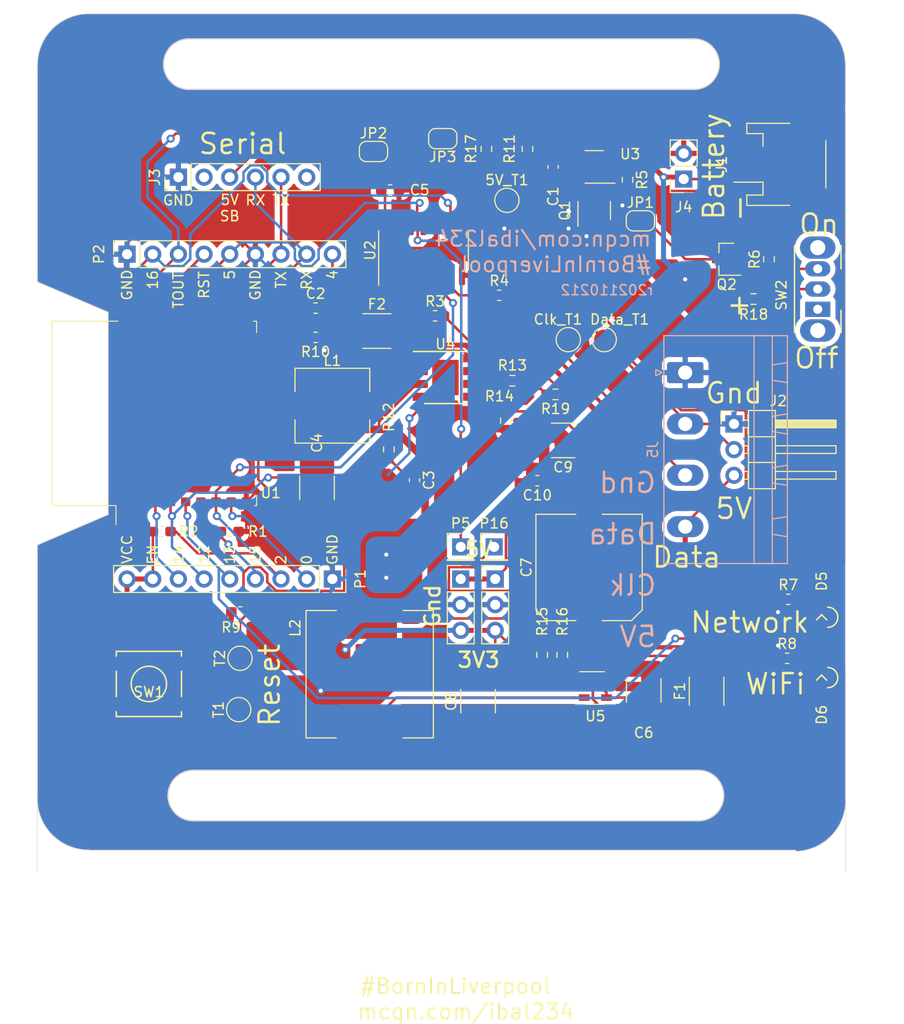
<source format=kicad_pcb>
(kicad_pcb (version 20220914) (generator pcbnew)
  (layers (0 "F.Cu" signal) (31 "B.Cu" signal) (34 "B.Paste" user) (35 "F.Paste" user) (36 "B.SilkS" user "B.Silkscreen") (37 "F.SilkS" user "F.Silkscreen") (38 "B.Mask" user) (39 "F.Mask" user) (44 "Edge.Cuts" user))
  (net 0 "")
  (net 1 "Net-(#FLG0101-pwr)")
  (net 2 "GND")
  (net 3 "/BaseESP8266/IO4")
  (net 4 "+3V3")
  (net 5 "/BaseESP8266/IO13")
  (net 6 "Net-(Q1-S2)")
  (net 7 "Net-(U3-VCC)")
  (net 8 "/BaseESP8266/IO14")
  (net 9 "Net-(U4-EN)")
  (net 10 "Net-(#FLG0102-pwr)")
  (net 11 "/BaseESP8266/IO15")
  (net 12 "LED_Data")
  (net 13 "Net-(Clk_T1-Pin_1)")
  (net 14 "Net-(D5-K)")
  (net 15 "/BaseESP8266/RST")
  (net 16 "LED_Clk")
  (net 17 "Net-(D6-K)")
  (net 18 "Net-(Data_T1-Pin_1)")
  (net 20 "Net-(J3-Pin_3)")
  (net 22 "Net-(U4-LX)")
  (net 23 "/BaseESP8266/TXD")
  (net 24 "/BaseESP8266/RXD")
  (net 25 "+5V")
  (net 26 "Net-(U5-SW)")
  (net 27 "ESP_IO16")
  (net 28 "ESP_IO5")
  (net 29 "Net-(P5-Pin_1)")
  (net 30 "-BATT")
  (net 31 "5V_Enable")
  (net 32 "+BATT")
  (net 33 "Net-(P16-Pin_1)")
  (net 34 "Net-(JP3-Pad1)")
  (net 35 "ADC")
  (net 36 "unconnected-(Q1-D1{slash}D2)")
  (net 37 "Net-(Q1-G1)")
  (net 38 "Net-(Q1-G2)")
  (net 39 "Net-(Q2-G)")
  (net 40 "Net-(U2-1Y)")
  (net 41 "Net-(U2-2Y)")
  (net 42 "Net-(U4-OC)")
  (net 43 "Net-(U4-FB)")
  (net 44 "Net-(U5-FB)")
  (net 45 "Net-(SW2-B)")
  (footprint "Connector_PinHeader_2.54mm:PinHeader_1x06_P2.54mm_Vertical" (layer "F.Cu") (at 106.68 59.69 90)
    (fp_text reference "J3")
    (fp_text value "Serial")
  )
  (footprint "Resistor_SMD:R_0603_1608Metric_Pad1.05x0.95mm_HandSolder" (layer "F.Cu") (at 138.43 71.374)
    (fp_text reference "R4")
    (fp_text value "470R")
  )
  (footprint "Capacitor_SMD:C_0603_1608Metric_Pad1.05x0.95mm_HandSolder" (layer "F.Cu") (at 120.255 72.644)
    (fp_text reference "C2")
    (fp_text value "C47nF")
  )
  (footprint "Capacitor_SMD:C_1812_4532Metric_Pad1.57x3.40mm_HandSolder" (layer "F.Cu") (at 152.73 110.46 90)
    (fp_text reference "C6")
    (fp_text value "22uF X5R")
  )
  (footprint "Capacitor_SMD:C_0603_1608Metric_Pad1.05x0.95mm_HandSolder" (layer "F.Cu") (at 127.635 60.96)
    (fp_text reference "C5")
    (fp_text value "0.1uF")
  )
  (footprint "Resistor_SMD:R_0603_1608Metric_Pad1.05x0.95mm_HandSolder" (layer "F.Cu") (at 112.795 102.7)
    (fp_text reference "R9")
    (fp_text value "R560")
  )
  (footprint "Resistor_SMD:R_0603_1608Metric_Pad1.05x0.95mm_HandSolder" (layer "F.Cu") (at 105.029 94.742)
    (fp_text reference "R2")
    (fp_text value "R10k")
  )
  (footprint "Package_SO:SOIC-14_3.9x8.7mm_P1.27mm" (layer "F.Cu") (at 130.937 66.929 90)
    (fp_text reference "U2")
    (fp_text value "SN74AHCT125")
  )
  (footprint "Resistor_SMD:R_0603_1608Metric_Pad1.05x0.95mm_HandSolder" (layer "F.Cu") (at 120.255 75.5395 180)
    (fp_text reference "R10")
    (fp_text value "R10k")
  )
  (footprint "Connector_PinSocket_2.54mm:PinSocket_1x09_P2.54mm_Vertical" (layer "F.Cu") (at 121.92 99.441 -90)
    (fp_text reference "P1")
    (fp_text value "CONN_01X09")
  )
  (footprint "Connector_PinSocket_2.54mm:PinSocket_1x09_P2.54mm_Vertical" (layer "F.Cu") (at 101.6 67.31 90)
    (fp_text reference "P2")
    (fp_text value "CONN_01X09")
  )
  (footprint "RF_Module:ESP-WROOM-02" (layer "F.Cu") (at 107.402001 83.058 90)
    (fp_text reference "U1")
    (fp_text value "ESP-13-WROOM-02")
  )
  (footprint "Fuse:Fuse_1812_4532Metric_Pad1.30x3.40mm_HandSolder" (layer "F.Cu") (at 158.95 110.54 90)
    (fp_text reference "F1")
    (fp_text value "Polyfuse")
  )
  (footprint "TestPoint:TestPoint_Pad_D2.0mm" (layer "F.Cu") (at 112.65 112.36 90)
    (fp_text reference "T1")
    (fp_text value "CONN_01X01")
  )
  (footprint "TestPoint:TestPoint_Pad_D2.0mm" (layer "F.Cu") (at 112.778001 107.28 90)
    (fp_text reference "T2")
    (fp_text value "CONN_01X01")
  )
  (footprint "mcqn-kicad-lib:SW_SPST_GULLWING" (layer "F.Cu") (at 103.76 109.82 180)
    (fp_text reference "SW1")
    (fp_text value "Reset")
  )
  (footprint "Resistor_SMD:R_0603_1608Metric_Pad1.05x0.95mm_HandSolder" (layer "F.Cu") (at 111.76 94.742 180)
    (fp_text reference "R1")
    (fp_text value "R10k")
  )
  (footprint "Resistor_SMD:R_0603_1608Metric_Pad1.05x0.95mm_HandSolder" (layer "F.Cu") (at 132.08 73.406)
    (fp_text reference "R3")
    (fp_text value "470R")
  )
  (footprint "TestPoint:TestPoint_Pad_D2.0mm" (layer "F.Cu") (at 139.192 61.976)
    (fp_text reference "5V_T1")
    (fp_text value "Conn_01x01")
  )
  (footprint "TestPoint:TestPoint_Pad_D2.0mm" (layer "F.Cu") (at 145.264 75.76)
    (fp_text reference "Clk_T1")
    (fp_text value "Conn_01x01")
  )
  (footprint "TestPoint:TestPoint_Pad_D2.0mm" (layer "F.Cu") (at 148.82 75.76)
    (fp_text reference "Data_T1")
    (fp_text value "Conn_01x01")
  )
  (footprint "Capacitor_SMD:C_0603_1608Metric_Pad1.08x0.95mm_HandSolder" (layer "F.Cu") (at 143.764 58.674 -90)
    (fp_text reference "C1")
    (fp_text value "0.1uF")
  )
  (footprint "Capacitor_SMD:C_0603_1608Metric_Pad1.08x0.95mm_HandSolder" (layer "F.Cu") (at 130.048 89.662 -90)
    (fp_text reference "C3")
    (fp_text value "1nF")
  )
  (footprint "Capacitor_SMD:C_1812_4532Metric_Pad1.57x3.40mm_HandSolder" (layer "F.Cu") (at 120.396 90.424 -90)
    (fp_text reference "C4")
    (fp_text value "22uF")
  )
  (footprint "Fuse:Fuse_1812_4532Metric_Pad1.30x3.40mm_HandSolder" (layer "F.Cu") (at 126.32 74.91)
    (fp_text reference "F2")
    (fp_text value "Polyfuse")
  )
  (footprint "Connector_JST:JST_PH_S2B-PH-SM4-TB_1x02-1MP_P2.00mm_Horizontal" (layer "F.Cu") (at 166.243 58.42 90)
    (fp_text reference "J1")
    (fp_text value "Battery")
  )
  (footprint "Connector_PinSocket_2.54mm:PinSocket_1x02_P2.54mm_Vertical" (layer "F.Cu") (at 156.685 59.88 180)
    (fp_text reference "J4")
    (fp_text value "Battery_Test_Points")
  )
  (footprint "Jumper:SolderJumper-2_P1.3mm_Bridged_RoundedPad1.0x1.5mm" (layer "F.Cu") (at 132.842 55.88 180)
    (fp_text reference "JP3")
    (fp_text value "Battery_Monitor")
  )
  (footprint "Inductor_SMD:L_7.3x7.3_H3.5" (layer "F.Cu") (at 121.92 82.296)
    (fp_text reference "L1")
    (fp_text value "3.3uH")
  )
  (footprint "Inductor_SMD:L_12x12mm_H6mm" (layer "F.Cu") (at 125.61 108.86 90)
    (fp_text reference "L2")
    (fp_text value "1.5uH")
  )
  (footprint "Package_TO_SOT_SMD:SOT-23-6" (layer "F.Cu") (at 147.828 62.992 90)
    (fp_text reference "Q1")
    (fp_text value "FS8205")
  )
  (footprint "Resistor_SMD:R_0603_1608Metric_Pad0.98x0.95mm_HandSolder" (layer "F.Cu") (at 151.13 59.944 -90)
    (fp_text reference "R5")
    (fp_text value "1K")
  )
  (footprint "Resistor_SMD:R_0603_1608Metric_Pad0.98x0.95mm_HandSolder" (layer "F.Cu") (at 127.508 86.614 90)
    (fp_text reference "R12")
    (fp_text value "R10K")
  )
  (footprint "Resistor_SMD:R_0603_1608Metric_Pad0.98x0.95mm_HandSolder" (layer "F.Cu") (at 139.73 79.83 180)
    (fp_text reference "R13")
    (fp_text value "43K")
  )
  (footprint "Resistor_SMD:R_0603_1608Metric_Pad0.98x0.95mm_HandSolder" (layer "F.Cu") (at 139.09 83.7725 -90)
    (fp_text reference "R14")
    (fp_text value "10K")
  )
  (footprint "Resistor_SMD:R_0603_1608Metric_Pad0.98x0.95mm_HandSolder" (layer "F.Cu") (at 142.68 106.95 -90)
    (fp_text reference "R15")
    (fp_text value "90K")
  )
  (footprint "Resistor_SMD:R_0603_1608Metric_Pad0.98x0.95mm_HandSolder" (layer "F.Cu") (at 144.67 106.95 90)
    (fp_text reference "R16")
    (fp_text value "20K")
  )
  (footprint "Package_TO_SOT_SMD:SOT-23-6_Handsoldering" (layer "F.Cu") (at 147.828 58.674 180)
    (fp_text reference "U3")
    (fp_text value "FS312F-G")
  )
  (footprint "Package_SO:Diodes_SO-8EP" (layer "F.Cu") (at 133.11 79.51)
    (fp_text reference "U4")
    (fp_text value "Boost_Convertor")
  )
  (footprint "Package_TO_SOT_SMD:SOT-23-5" (layer "F.Cu") (at 147.94 110.22)
    (fp_text reference "U5")
    (fp_text value "RT8097B")
  )
  (footprint "Resistor_SMD:R_0603_1608Metric_Pad0.98x0.95mm_HandSolder" (layer "F.Cu") (at 141.224 56.896 -90)
    (fp_text reference "R11")
    (fp_text value "100R")
  )
  (footprint "Capacitor_SMD:C_1812_4532Metric_Pad1.57x3.40mm_HandSolder" (layer "F.Cu") (at 136.335 111.5225 -90)
    (fp_text reference "C8")
    (fp_text value "22uF X5R")
  )
  (footprint "Package_TO_SOT_SMD:SOT-23" (layer "F.Cu") (at 160.933 67.807 180)
    (fp_text reference "Q2")
    (fp_text value "JSM2302")
  )
  (footprint "Resistor_SMD:R_0603_1608Metric_Pad0.98x0.95mm_HandSolder" (layer "F.Cu") (at 165.124 67.807 90)
    (fp_text reference "R6")
    (fp_text value "100K")
  )
  (footprint "Resistor_SMD:R_0603_1608Metric_Pad0.98x0.95mm_HandSolder" (layer "F.Cu") (at 163.6 71.744)
    (fp_text reference "R18")
    (fp_text value "R10K")
  )
  (footprint "Button_Switch_THT:SW_CuK_OS102011MA1QN1_SPDT_Angled" (layer "F.Cu") (at 169.95 72.76 90)
    (fp_text reference "SW2")
    (fp_text value "ON/OFF")
  )
  (footprint "Resistor_SMD:R_0603_1608Metric_Pad0.98x0.95mm_HandSolder" (layer "F.Cu") (at 137.16 56.896 -90)
    (fp_text reference "R17")
    (fp_text value "100k")
  )
  (footprint "Capacitor_SMD:C_Elec_10x10.2" (layer "F.Cu") (at 147.32 98.298 90)
    (fp_text reference "C7")
    (fp_text value "470uF")
  )
  (footprint "mcqn-kicad-lib:LED_SMD_WL-SMSW_side-emitting" (layer "F.Cu") (at 170.335 103.226 -90)
    (fp_text reference "D5")
    (fp_text value "LED")
  )
  (footprint "mcqn-kicad-lib:LED_SMD_WL-SMSW_side-emitting" (layer "F.Cu") (at 170.335 109.195 -90)
    (fp_text reference "D6")
    (fp_text value "LED")
  )
  (footprint "Connector_PinHeader_2.54mm:PinHeader_1x03_P2.54mm_Horizontal" (layer "F.Cu") (at 161.66 84.1)
    (fp_text reference "J2")
    (fp_text value "WS2812")
  )
  (footprint "Resistor_SMD:R_0603_1608Metric_Pad1.05x0.95mm_HandSolder" (layer "F.Cu") (at 167.033 101.448)
    (fp_text reference "R7")
    (fp_text value "R560")
  )
  (footprint "Resistor_SMD:R_0603_1608Metric_Pad1.05x0.95mm_HandSolder" (layer "F.Cu") (at 166.92 107.29)
    (fp_text reference "R8")
    (fp_text value "R560")
  )
  (footprint "Connector_PinHeader_2.54mm:PinHeader_1x03_P2.54mm_Vertical" (layer "F.Cu") (at 138.033001 99.441)
    (fp_text reference "J7" hide)
    (fp_text value "Conn_01x03")
  )
  (footprint "Connector_PinHeader_2.54mm:PinHeader_1x03_P2.54mm_Vertical" (layer "F.Cu") (at 134.62 99.441)
    (fp_text reference "J6" hide)
    (fp_text value "Conn_01x03")
  )
  (footprint "Capacitor_SMD:C_0603_1608Metric_Pad1.08x0.95mm_HandSolder" (layer "F.Cu") (at 142.2 89.72 180)
    (fp_text reference "C10")
    (fp_text value "100uF")
  )
  (footprint "Connector_PinHeader_2.54mm:PinHeader_1x01_P2.54mm_Vertical" (layer "F.Cu") (at 134.62 96.266)
    (fp_text reference "P5")
    (fp_text value "Conn_01x01")
  )
  (footprint "Resistor_SMD:R_0603_1608Metric_Pad0.98x0.95mm_HandSolder" (layer "F.Cu") (at 143.9975 81.18 180)
    (fp_text reference "R19")
    (fp_text value "73K")
  )
  (footprint "Jumper:SolderJumper-2_P1.3mm_Open_RoundedPad1.0x1.5mm" (layer "F.Cu") (at 152.4 64.008)
    (fp_text reference "JP1")
    (fp_text value "Jumper_on")
  )
  (footprint "Jumper:SolderJumper-2_P1.3mm_Open_RoundedPad1.0x1.5mm" (layer "F.Cu") (at 125.984 57.15)
    (fp_text reference "JP2")
    (fp_text value "FTDI_PWR")
  )
  (footprint "Connector_PinHeader_2.54mm:PinHeader_1x01_P2.54mm_Vertical" (layer "F.Cu") (at 137.922 96.266)
    (fp_text reference "P16")
    (fp_text value "Conn_01x01")
  )
  (footprint "Capacitor_SMD:C_1812_4532Metric_Pad1.57x3.40mm_HandSolder" (layer "F.Cu") (at 144.75 85.73 180)
    (fp_text reference "C9")
    (fp_text value "22uF")
  )
  (footprint "Connector_Phoenix_MSTB:PhoenixContact_MSTBA_2,5_4-G-5,08_1x04_P5.08mm_Horizontal" (layer "B.Cu") (at 156.834 79.02 -90)
    (fp_text reference "J5")
    (fp_text value "Conn_01x04")
  )
  (gr_line (start 172.71 48.59) (end 172.71 128.43) (stroke (width 0.05)) (layer "Edge.Cuts"))
  (gr_line (start 108.15 118.36) (end 158.15 118.36) (stroke (width 0.12)) (layer "Edge.Cuts"))
  (gr_arc (start 158.15 118.36) (mid 160.65 120.86) (end 158.15 123.36) (stroke (width 0.12)) (layer "Edge.Cuts"))
  (gr_line (start 107.71 46.01) (end 157.71 46.01) (stroke (width 0.12)) (layer "Edge.Cuts"))
  (gr_line (start 107.71 51.01) (end 157.71 51.01) (stroke (width 0.12)) (layer "Edge.Cuts"))
  (gr_arc (start 107.71 51.01) (mid 105.21 48.51) (end 107.71 46.01) (stroke (width 0.12)) (layer "Edge.Cuts"))
  (gr_arc (start 157.71 46.01) (mid 160.21 48.51) (end 157.71 51.01) (stroke (width 0.12)) (layer "Edge.Cuts"))
  (gr_line (start 97.79 43.51) (end 167.63 43.51) (stroke (width 0.05)) (layer "Edge.Cuts"))
  (gr_arc (start 172.74 121.32) (mid 171.252102 124.912102) (end 167.66 126.4) (stroke (width 0.05)) (layer "Edge.Cuts"))
  (gr_line (start 108.15 123.36) (end 158.15 123.36) (stroke (width 0.12)) (layer "Edge.Cuts"))
  (gr_line (start 92.71 70.058) (end 99.71 73.058) (stroke (width 0.05)) (layer "Edge.Cuts"))
  (gr_arc (start 92.71 48.59) (mid 94.197898 44.997898) (end 97.79 43.51) (stroke (width 0.05)) (layer "Edge.Cuts"))
  (gr_arc (start 97.78 126.26) (mid 94.187898 124.772102) (end 92.7 121.18) (stroke (width 0.05)) (layer "Edge.Cuts"))
  (gr_line (start 99.71 73.058) (end 99.71 93.058) (stroke (width 0.05)) (layer "Edge.Cuts"))
  (gr_line (start 92.71 96.058) (end 99.71 93.058) (stroke (width 0.05)) (layer "Edge.Cuts"))
  (gr_line (start 167.71 126.28) (end 97.87 126.28) (stroke (width 0.05)) (layer "Edge.Cuts"))
  (gr_arc (start 108.15 123.36) (mid 105.65 120.86) (end 108.15 118.36) (stroke (width 0.12)) (layer "Edge.Cuts"))
  (gr_line (start 92.71 96.058) (end 92.71 128.43) (stroke (width 0.05)) (layer "Edge.Cuts"))
  (gr_arc (start 167.63 43.51) (mid 171.222102 44.997898) (end 172.71 48.59) (stroke (width 0.05)) (layer "Edge.Cuts"))
  (gr_line (start 92.71 48.59) (end 92.71 70.058) (stroke (width 0.05)) (layer "Edge.Cuts"))
  (gr_text "mcqn.com/ibal234" (at 142.748 65.786) (layer "B.SilkS") (effects (font (size 1.5 1.5) (thickness 0.2)) (justify mirror)))
  (gr_text "#BornInLiverpool" (at 144.018 68.326) (layer "B.SilkS") (effects (font (size 1.5 1.5) (thickness 0.2)) (justify mirror)))
  (gr_text "Clk" (at 151.638 100.076) (layer "B.SilkS") (effects (font (size 2 2) (thickness 0.25)) (justify mirror)))
  (gr_text "5V" (at 152.146 105.156) (layer "B.SilkS") (effects (font (size 2 2) (thickness 0.25)) (justify mirror)))
  (gr_text "Gnd" (at 151.13 89.916) (layer "B.SilkS") (effects (font (size 2 2) (thickness 0.25)) (justify mirror)))
  (gr_text "Data" (at 150.622 94.996) (layer "B.SilkS") (effects (font (size 2 2) (thickness 0.25)) (justify mirror)))
  (gr_text "r202110212" (at 149.098 70.866) (layer "B.SilkS") (effects (font (size 1 1)) (justify mirror)))
  (gr_text "14" (at 106.68 97.028 90) (layer "F.SilkS") (effects (font (size 1 1))))
  (gr_text "EN" (at 104.14 97.028 90) (layer "F.SilkS") (effects (font (size 1 1))))
  (gr_text "VCC" (at 101.6 96.52 90) (layer "F.SilkS") (effects (font (size 1 1))))
  (gr_text "13" (at 111.76 97.028 90) (layer "F.SilkS") (effects (font (size 1 1))))
  (gr_text "15" (at 114.3 97.028 90) (layer "F.SilkS") (effects (font (size 1 1))))
  (gr_text "2" (at 116.84 97.536 90) (layer "F.SilkS") (effects (font (size 1 1))))
  (gr_text "0" (at 119.38 97.536 90) (layer "F.SilkS") (effects (font (size 1 1))))
  (gr_text "GND" (at 121.92 96.52 90) (layer "F.SilkS") (effects (font (size 1 1))))
  (gr_text "4" (at 121.92 69.342 90) (layer "F.SilkS") (effects (font (size 1 1))))
  (gr_text "RX" (at 119.38 69.85 90) (layer "F.SilkS") (effects (font (size 1 1))))
  (gr_text "TX" (at 116.84 69.85 90) (layer "F.SilkS") (effects (font (size 1 1))))
  (gr_text "GND" (at 114.3 70.358 90) (layer "F.SilkS") (effects (font (size 1 1))))
  (gr_text "5" (at 111.76 69.342 90) (layer "F.SilkS") (effects (font (size 1 1))))
  (gr_text "RST" (at 109.22 70.358 90) (layer "F.SilkS") (effects (font (size 1 1))))
  (gr_text "TOUT" (at 106.68 70.866 90) (layer "F.SilkS") (effects (font (size 1 1))))
  (gr_text "16" (at 104.14 69.85 90) (layer "F.SilkS") (effects (font (size 1 1))))
  (gr_text "GND" (at 101.6 70.358 90) (layer "F.SilkS") (effects (font (size 1 1))))
  (gr_text "Data" (at 156.972 97.282) (layer "F.SilkS") (effects (font (size 2 2) (thickness 0.25))))
  (gr_text "Gnd" (at 161.66 81.052) (layer "F.SilkS") (effects (font (size 2 2) (thickness 0.25))))
  (gr_text "5V" (at 136.398 96.52) (layer "F.SilkS") (effects (font (size 1.5 1.5) (thickness 0.25))))
  (gr_text "Gnd" (at 131.826 102.108 90) (layer "F.SilkS") (effects (font (size 1.5 1.5) (thickness 0.25))))
  (gr_text "WiFi" (at 165.763 109.83) (layer "F.SilkS") (effects (font (size 2 2) (thickness 0.25))))
  (gr_text "Network" (at 163.223 103.734) (layer "F.SilkS") (effects (font (size 2 2) (thickness 0.25))))
  (gr_text "Reset" (at 115.698 109.947 90) (layer "F.SilkS") (effects (font (size 2 2) (thickness 0.25))))
  (gr_text "RX" (at 114.3 61.976) (layer "F.SilkS") (effects (font (size 1 1))))
  (gr_text "5V\nSB" (at 111.76 62.738) (layer "F.SilkS") (effects (font (size 1 1))))
  (gr_text "GND" (at 106.68 61.976) (layer "F.SilkS") (effects (font (size 1 1))))
  (gr_text "3V3" (at 136.398 107.442) (layer "F.SilkS") (effects (font (size 1.5 1.5) (thickness 0.25))))
  (gr_text "#BornInLiverpool" (at 134.112 139.7) (layer "F.SilkS") (effects (font (size 1.5 1.5) (thickness 0.2))))
  (gr_text "Battery" (at 159.67 58.63 90) (layer "F.SilkS") (effects (font (size 2 2) (thickness 0.25))))
  (gr_text "+" (at 162.052 72.39 90) (layer "F.SilkS") (effects (font (size 2 2) (thickness 0.25))))
  (gr_text "—" (at 162.052 62.738 90) (layer "F.SilkS") (effects (font (size 2 2) (thickness 0.25))))
  (gr_text "On" (at 170.077 64.378) (layer "F.SilkS") (effects (font (size 2 2) (thickness 0.25))))
  (gr_text "Off" (at 169.823 77.586) (layer "F.SilkS") (effects (font (size 2 2) (thickness 0.25))))
  (gr_text "mcqn.com/ibal234\n" (at 135.128 142.24) (layer "F.SilkS") (effects (font (size 1.5 1.5) (thickness 0.2))))
  (gr_text "TX" (at 116.84 61.976) (layer "F.SilkS") (effects (font (size 1 1))))
  (gr_text "Serial" (at 113.03 56.388) (layer "F.SilkS") (effects (font (size 2 2) (thickness 0.25))))
  (gr_text "12" (at 109.22 97.028 90) (layer "F.SilkS") (effects (font (size 1 1))))
  (gr_text "5V" (at 161.66 92.482) (layer "F.SilkS") (effects (font (size 2 2) (thickness 0.25))))
  (segment (start 127.217751 70.96) (end 127.036249 70.96) (width 0.25) (layer "F.Cu") (net 1))
  (segment (start 127.555 59.69) (end 139.192 59.69) (width 0.25) (layer "F.Cu") (net 1))
  (segment (start 127.127 64.454) (end 127.127 61.327) (width 0.25) (layer "F.Cu") (net 1))
  (segment (start 147.32 102.698) (end 154.768 102.698) (width 0.5) (layer "F.Cu") (net 1))
  (segment (start 142.959277 98.337277) (end 142.959277 92.635672) (width 0.5) (layer "F.Cu") (net 1))
  (segment (start 126.76 60.96) (end 126.76 60.485) (width 0.25) (layer "F.Cu") (net 1))
  (segment (start 139.192 61.976) (end 139.192 59.69) (width 0.25) (layer "F.Cu") (net 1))
  (segment (start 147.32 102.698) (end 142.959277 98.337277) (width 0.5) (layer "F.Cu") (net 1))
  (segment (start 127.752 70.425751) (end 127.217751 70.96) (width 0.25) (layer "F.Cu") (net 1))
  (segment (start 127.127 61.327) (end 126.76 60.96) (width 0.25) (layer "F.Cu") (net 1))
  (segment (start 126.76 60.485) (end 127.555 59.69) (width 0.25) (layer "F.Cu") (net 1))
  (segment (start 127.036249 70.96) (end 126.502 70.425751) (width 0.25) (layer "F.Cu") (net 1))
  (segment (start 142.959277 92.635672) (end 148.125 87.469949) (width 0.5) (layer "F.Cu") (net 1))
  (segment (start 126.502 70.425751) (end 126.502 65.079) (width 0.25) (layer "F.Cu") (net 1))
  (segment (start 156.834 100.632) (end 156.834 94.26) (width 0.5) (layer "F.Cu") (net 1))
  (segment (start 128.545 74.91) (end 129.022 74.433) (width 0.25) (layer "F.Cu") (net 1))
  (segment (start 127.752 68.402249) (end 127.752 70.425751) (width 0.25) (layer "F.Cu") (net 1))
  (segment (start 135.569672 76.754) (end 135.119672 76.304) (width 0.5) (layer "F.Cu") (net 1))
  (segment (start 126.502 65.079) (end 127.127 64.454) (width 0.25) (layer "F.Cu") (net 1))
  (segment (start 128.804 68.104) (end 128.050249 68.104) (width 0.25) (layer "F.Cu") (net 1))
  (segment (start 129.022 68.322) (end 128.804 68.104) (width 0.25) (layer "F.Cu") (net 1))
  (segment (start 129.022 74.433) (end 129.022 68.322) (width 0.25) (layer "F.Cu") (net 1))
  (segment (start 141.943772 76.754) (end 135.569672 76.754) (width 0.5) (layer "F.Cu") (net 1))
  (segment (start 154.768 102.698) (end 156.834 100.632) (width 0.5) (layer "F.Cu") (net 1))
  (segment (start 128.050249 68.104) (end 127.752 68.402249) (width 0.25) (layer "F.Cu") (net 1))
  (segment (start 148.125 82.935228) (end 141.943772 76.754) (width 0.5) (layer "F.Cu") (net 1))
  (segment (start 147.32 101.661) (end 147.32 102.698) (width 0.5) (layer "F.Cu") (net 1))
  (segment (start 129.939 76.304) (end 128.545 74.91) (width 0.5) (layer "F.Cu") (net 1))
  (segment (start 135.119672 76.304) (end 129.939 76.304) (width 0.5) (layer "F.Cu") (net 1))
  (segment (start 148.125 87.469949) (end 148.125 82.935228) (width 0.5) (layer "F.Cu") (net 1))
  (segment (start 156.834 94.006) (end 161.66 89.18) (width 0.25) (layer "F.Cu") (net 1))
  (segment (start 156.834 94.26) (end 156.834 94.006) (width 0.25) (layer "F.Cu") (net 1))
  (segment (start 121.13 75.5395) (end 121.13 76.7955) (width 0.25) (layer "F.Cu") (net 2))
  (segment (start 127.127 68.429) (end 127.127 69.404) (width 0.25) (layer "F.Cu") (net 2))
  (segment (start 139.2955 84.328) (end 138.684 84.9395) (width 0.25) (layer "F.Cu") (net 2))
  (segment (start 135.6075 81.415) (end 135.571 81.415) (width 0.25) (layer "F.Cu") (net 2))
  (segment (start 132.207 65.429) (end 132.207 64.454) (width 0.25) (layer "F.Cu") (net 2))
  (segment (start 130.937 66.699) (end 129.667 66.699) (width 0.25) (layer "F.Cu") (net 2))
  (segment (start 121.13 75.0645) (end 121.13 72.644) (width 0.25) (layer "F.Cu") (net 2))
  (segment (start 103.04 64.77) (end 106.68 61.13) (width 0.25) (layer "F.Cu") (net 2))
  (segment (start 161.1 113.278173) (end 161.1 107.801827) (width 0.25) (layer "F.Cu") (net 2))
  (segment (start 135.563 81.407) (end 138.1525 81.407) (width 0.25) (layer "F.Cu") (net 2))
  (segment (start 160.228173 114.15) (end 161.1 113.278173) (width 0.25) (layer "F.Cu") (net 2))
  (segment (start 121.92 99.441) (end 121.92 98.341) (width 0.25) (layer "F.Cu") (net 2))
  (segment (start 140.67 80.04) (end 140.6425 80.0125) (width 0.25) (layer "F.Cu") (net 2))
  (segment (start 146.878 64.092) (end 146.878 65.344) (width 0.25) (layer "F.Cu") (net 2))
  (segment (start 161.1 107.801827) (end 159.408173 106.11) (width 0.25) (layer "F.Cu") (net 2))
  (segment (start 140.6425 80.0125) (end 140.6425 79.83) (width 0.25) (layer "F.Cu") (net 2))
  (segment (start 128.397 65.429) (end 128.397 64.454) (width 0.25) (layer "F.Cu") (net 2))
  (segment (start 138.176 64.77) (end 138.938 64.77) (width 0.25) (layer "F.Cu") (net 2))
  (segment (start 121.13 76.7955) (end 121.144 76.8095) (width 0.25) (layer "F.Cu") (net 2))
  (segment (start 105.582001 81.938) (end 107.982001 81.938) (width 0.25) (layer "F.Cu") (net 2))
  (segment (start 114.108251 91.1205) (end 114.108251 85.66425) (width 0.25) (layer "F.Cu") (net 2))
  (segment (start 134.747 68.429) (end 132.207 65.889) (width 0.25) (layer "F.Cu") (net 2))
  (segment (start 101.402001 74.3205) (end 101.402001 67.507999) (width 0.25) (layer "F.Cu") (net 2))
  (segment (start 113.402001 91.7955) (end 113.433251 91.7955) (width 0.25) (layer "F.Cu") (net 2))
  (segment (start 138.033001 101.981) (end 134.62 101.981) (width 0.5) (layer "F.Cu") (net 2))
  (segment (start 114.108251 91.7955) (end 113.402001 91.7955) (width 0.25) (layer "F.Cu") (net 2))
  (segment (start 147.62 110.22) (end 147.695 110.295) (width 0.25) (layer "F.Cu") (net 2))
  (segment (start 146.388 64.092) (end 145.288 62.992) (width 0.25) (layer "F.Cu") (net 2))
  (segment (start 141.0735 84.328) (end 139.2955 84.328) (width 0.25) (layer "F.Cu") (net 2))
  (segment (start 113.402001 94.499999) (end 113.16 94.742) (width 0.25) (layer "F.Cu") (net 2))
  (segment (start 144.7425 106.11) (end 144.67 106.0375) (width 0.25) (layer "F.Cu") (net 2))
  (segment (start 134.747 68.199) (end 138.176 64.77) (width 0.25) (layer "F.Cu") (net 2))
  (segment (start 125.5715 67.7275) (end 121.13 72.169) (width 0.25) (layer "F.Cu") (net 2))
  (segment (start 150.515 114.15) (end 160.228173 114.15) (width 0.25) (layer "F.Cu") (net 2))
  (segment (start 113.16 94.742) (end 112.635 94.742) (width 0.25) (layer "F.Cu") (net 2))
  (segment (start 130.937 68.429) (end 130.937 69.404) (width 0.25) (layer "F.Cu") (net 2))
  (segment (start 151.13 60.8565) (end 151.13 61.976) (width 0.25) (layer "F.Cu") (net 2))
  (segment (start 151.13 61.976) (end 150.622 62.484) (width 0.25) (layer "F.Cu") (net 2))
  (segment (start 101.402001 77.758) (end 105.582001 81.938) (width 0.25) (layer "F.Cu") (net 2))
  (segment (start 120.396 92.5615) (end 128.011 92.5615) (width 0.25) (layer "F.Cu") (net 2))
  (segment (start 129.667 66.699) (end 128.397 65.429) (width 0.25) (layer "F.Cu") (net 2))
  (segment (start 121.92 98.341) (end 115.3745 91.7955) (width 0.25) (layer "F.Cu") (net 2))
  (segment (start 110.382001 81.938) (end 107.982001 81.938) (width 0.25) (layer "F.Cu") (net 2))
  (segment (start 146.84 110.22) (end 147.62 110.22) (width 0.25) (layer "F.Cu") (net 2))
  (segment (start 101.402001 67.507999) (end 101.6 67.31) (width 0.25) (layer "F.Cu") (net 2))
  (segment (start 120.255 77.6985) (end 121.144 76.8095) (width 0.5) (layer "F.Cu") (net 2))
  (segment (start 127.127 66.699) (end 127.127 68.429) (width 0.25) (layer "F.Cu") (net 2))
  (segment (start 138.1525 81.407) (end 138.5335 81.788) (width 0.25) (layer "F.Cu") (net 2))
  (segment (start 103.04 64.77) (end 101.6 66.21) (width 0.25) (layer "F.Cu") (net 2))
  (segment (start 108.902001 74.3205) (end 108.902001 72.707999) (width 0.25) (layer "F.Cu") (net 2))
  (segment (start 121.13 75.5395) (end 121.13 75.0645) (width 0.25) (layer "F.Cu") (net 2))
  (segment (start 111.76 64.77) (end 103.04 64.77) (width 0.25) (layer "F.Cu") (net 2))
  (segment (start 113.402001 91.7955) (end 113.402001 94.499999) (width 0.25) (layer "F.Cu") (net 2))
  (segment (start 128.011 92.5615) (end 130.048 90.5245) (width 0.25) (layer "F.Cu") (net 2))
  (segment (start 108.902001 72.707999) (end 114.3 67.31) (width 0.25) (layer "F.Cu") (net 2))
  (segment (start 134.747 69.404) (end 134.747 68.429) (width 0.25) (layer "F.Cu") (net 2))
  (segment (start 121.13 72.169) (end 121.13 72.644) (width 0.25) (layer "F.Cu") (net 2))
  (segment (start 145.966 64.092) (end 145.288 64.77) (width 0.25) (layer "F.Cu") (net 2))
  (segment (start 114.108251 85.66425) (end 110.382001 81.938) (width 0.25) (layer "F.Cu") (net 2))
  (segment (start 147.695 110.295) (end 147.695 111.33) (width 0.25) (layer "F.Cu") (net 2))
  (segment (start 128.397 65.429) (end 127.127 66.699) (width 0.25) (layer "F.Cu") (net 2))
  (segment (start 106.68 61.13) (end 106.68 59.69) (width 0.25) (layer "F.Cu") (net 2))
  (segment (start 146.878 65.344) (end 147.066 65.532) (width 0.25) (layer "F.Cu") (net 2))
  (segment (start 115.3745 91.7955) (end 114.108251 91.7955) (width 0.25) (layer "F.Cu") (net 2))
  (segment (start 132.207 65.889) (end 132.207 65.429) (width 0.25) (layer "F.Cu") (net 2))
  (segment (start 159.408173 106.11) (end 144.7425 106.11) (width 0.25) (layer "F.Cu") (net 2))
  (segment (start 147.695 111.33) (end 150.515 114.15) (width 0.25) (layer "F.Cu") (net 2))
  (segment (start 134.747 69.404) (end 134.747 68.199) (width 0.25) (layer "F.Cu") (net 2))
  (segment (start 128.397 61.073) (end 128.51 60.96) (width 0.25) (layer "F.Cu") (net 2))
  (segment (start 114.3 67.31) (end 111.76 64.77) (width 0.25) (layer "F.Cu") (net 2))
  (segment (start 146.878 64.092) (end 146.388 64.092) (width 0.25) (layer "F.Cu") (net 2))
  (segment (start 132.207 65.429) (end 130.937 66.699) (width 0.25) (layer "F.Cu") (net 2))
  (segment (start 128.397 64.454) (end 128.397 61.073) (width 0.25) (layer "F.Cu") (net 2))
  (segment (start 146.878 64.092) (end 145.966 64.092) (width 0.25) (layer "F.Cu") (net 2))
  (segment (start 130.937 66.699) (end 130.937 68.429) (width 0.25) (layer "F.Cu") (net 2))
  (segment (start 113.433251 91.7955) (end 114.108251 91.1205) (width 0.25) (layer "F.Cu") (net 2))
  (segment (start 101.6 66.21) (end 101.6 67.31) (width 0.25) (layer "F.Cu") (net 2))
  (segment (start 101.402001 74.3205) (end 101.402001 77.758) (width 0.25) (layer "F.Cu") (net 2))
  (segment (start 135.571 81.415) (end 135.563 81.407) (width 0.25) (layer "F.Cu") (net 2))
  (via (at 120.777 110.49) (size 0.8) (drill 0.4) (layers "F.Cu" "B.Cu") (net 2))
  (via (at 166.017 106.02) (size 0.8) (drill 0.4) (layers "F.Cu" "B.Cu") (net 2))
  (via (at 150.622 62.484) (size 0.8) (drill 0.4) (layers "F.Cu" "B.Cu") (net 2))
  (via (at 166.017 102.718) (size 0.8) (drill 0.4) (layers "F.Cu" "B.Cu") (net 2))
  (via (at 145.288 64.77) (size 0.8) (drill 0.4) (layers "F.Cu" "B.Cu") (net 2))
  (via (at 121.144 76.8095) (size 0.8) (drill 0.4) (layers "F.Cu" "B.Cu") (net 2))
  (via (at 147.066 65.532) (size 0.8) (drill 0.4) (layers "F.Cu" "B.Cu") (net 2))
  (via (at 138.938 64.77) (size 0.8) (drill 0.4) (layers "F.Cu" "B.Cu") (net 2))
  (via (at 145.288 62.992) (size 0.8) (drill 0.4) (layers "F.Cu" "B.Cu") (net 2))
  (segment (start 138.033001 101.981) (end 139.573 101.981) (width 0.5) (layer "B.Cu") (net 2))
  (segment (start 138.938 64.77) (end 145.288 64.77) (width 0.25) (layer "B.Cu") (net 2))
  (segment (start 150.622 62.484) (end 147.574 65.532) (width 0.25) (layer "B.Cu") (net 2))
  (segment (start 120.656 73.666) (end 114.3 67.31) (width 0.25) (layer "B.Cu") (net 2))
  (segment (start 120.65 73.672) (end 120.656 73.666) (width 0.25) (layer "B.Cu") (net 2))
  (segment (start 121.92 99.441) (end 121.92 109.347) (width 0.5) (layer "B.Cu") (net 2))
  (segment (start 121.92 109.347) (end 120.777 110.49) (width 0.5) (layer "B.Cu") (net 2))
  (segment (start 120.65 78.486) (end 120.65 73.672) (width 0.25) (layer "B.Cu") (net 2))
  (segment (start 147.574 65.532) (end 147.066 65.532) (width 0.25) (layer "B.Cu") (net 2))
  (segment (start 119.38 73.119) (end 119.38 75.5395) (width 0.25) (layer "F.Cu") (net 3))
  (segment (start 119.38 72.644) (end 119.38 73.119) (width 0.25) (layer "F.Cu") (net 3))
  (segment (start 119.38 72.644) (end 121.92 70.104) (width 0.25) (layer "F.Cu") (net 3))
  (segment (start 112.65 112.36) (end 99.85 112.36) (width 0.25) (layer "F.Cu") (net 3))
  (segment (start 117.7035 74.3205) (end 119.38 72.644) (width 0.25) (layer "F.Cu") (net 3))
  (segment (start 112.11 111.82) (end 108.21 111.82) (width 0.25) (layer "F.Cu") (net 3))
  (segment (start 121.92 70.104) (end 121.92 67.31) (width 0.25) (layer "F.Cu") (net 3))
  (segment (start 113.402001 74.3205) (end 117.7035 74.3205) (width 0.25) (layer "F.Cu") (net 3))
  (segment (start 99.85 112.36) (end 99.31 111.82) (width 0.25) (layer "F.Cu") (net 3))
  (segment (start 112.65 112.36) (end 112.11 111.82) (width 0.25) (layer "F.Cu") (net 3))
  (segment (start 134.62 104.521) (end 138.033001 104.521) (width 0.5) (layer "F.Cu") (net 4))
  (segment (start 142.68 106.0375) (end 139.549501 106.0375) (width 0.25) (layer "F.Cu") (net 4))
  (segment (start 138.033001 107.686999) (end 138.033001 104.521) (width 0.25) (layer "F.Cu") (net 4))
  (segment (start 103.629 94.742) (end 104.154 94.742) (width 0.25) (layer "F.Cu") (net 4))
  (segment (start 104.14 99.441) (end 101.6 99.441) (width 0.5) (layer "F.Cu") (net 4))
  (segment (start 115.062 107.4185) (end 115.062 106.68) (width 0.25) (layer "F.Cu") (net 4))
  (segment (start 101.402001 91.7955) (end 102.902001 91.7955) (width 0.25) (layer "F.Cu") (net 4))
  (segment (start 136.335 109.385) (end 138.033001 107.686999) (width 0.25) (layer "F.Cu") (net 4))
  (segment (start 104.154 99.427) (end 104.14 99.441) (width 0.25) (layer "F.Cu") (net 4))
  (segment (start 116.078 105.664) (end 115.062 106.68) (width 0.5) (layer "F.Cu") (net 4))
  (segment (start 101.6 99.441) (end 101.6 105.1775) (width 0.5) (layer "F.Cu") (net 4))
  (segment (start 104.154 94.742) (end 104.154 99.427) (width 0.25) (layer "F.Cu") (net 4))
  (segment (start 102.902001 94.015001) (end 103.629 94.742) (width 0.25) (layer "F.Cu") (net 4))
  (segment (start 102.902001 91.7955) (end 102.902001 94.015001) (width 0.25) (layer "F.Cu") (net 4))
  (segment (start 139.549501 106.0375) (end 138.033001 104.521) (width 0.25) (layer "F.Cu") (net 4))
  (segment (start 123.19 106.426) (end 122.428 105.664) (width 0.5) (layer "F.Cu") (net 4))
  (segment (start 122.428 105.664) (end 116.078 105.664) (width 0.5) (layer "F.Cu") (net 4))
  (via (at 123.19 106.426) (size 0.8) (drill 0.4) (layers "F.Cu" "B.Cu") (net 4))
  (segment (start 125.095 104.521) (end 123.19 106.426) (width 0.5) (layer "B.Cu") (net 4))
  (segment (start 134.62 104.521) (end 125.095 104.521) (width 0.5) (layer "B.Cu") (net 4))
  (segment (start 155.86 105.33) (end 156.23673 105.33) (width 0.25) (layer "F.Cu") (net 5))
  (segment (start 169.742504 105.27) (end 171.16 106.687496) (width 0.25) (layer "F.Cu") (net 5))
  (segment (start 107.402001 91.7955) (end 107.402001 93.051001) (width 0.25) (layer "F.Cu") (net 5))
  (segment (start 156.238365 105.328365) (end 169.742504 105.27) (width 0.25) (layer "F.Cu") (net 5))
  (segment (start 171.16 105.801) (end 170.335 104.976) (width 0.25) (layer "F.Cu") (net 5))
  (segment (start 107.402001 93.051001) (end 107.569 93.218) (width 0.25) (layer "F.Cu") (net 5))
  (segment (start 171.16 106.687496) (end 171.16 105.801) (width 0.25) (layer "F.Cu") (net 5))
  (segment (start 156.23673 105.33) (end 156.238365 105.328365) (width 0.25) (layer "F.Cu") (net 5))
  (via (at 155.86 105.33) (size 0.8) (drill 0.4) (layers "F.Cu" "B.Cu") (net 5))
  (via (at 107.569 93.218) (size 0.8) (drill 0.4) (layers "F.Cu" "B.Cu") (net 5))
  (segment (start 107.569 95.25) (end 110.6795 98.3605) (width 0.25) (layer "B.Cu") (net 5))
  (segment (start 149.975 111.215) (end 120.476695 111.215) (width 0.25) (layer "B.Cu") (net 5))
  (segment (start 120.476695 111.215) (end 110.6795 101.417805) (width 0.25) (layer "B.Cu") (net 5))
  (segment (start 107.569 93.218) (end 107.569 95.25) (width 0.25) (layer "B.Cu") (net 5))
  (segment (start 155.86 105.33) (end 149.975 111.215) (width 0.25) (layer "B.Cu") (net 5))
  (segment (start 110.6795 101.417805) (end 110.6795 98.3605) (width 0.25) (layer "B.Cu") (net 5))
  (segment (start 110.6795 98.3605) (end 111.76 99.441) (width 0.25) (layer "B.Cu") (net 5))
  (segment (start 140.424 57.325505) (end 140.424 58.291495) (width 0.25) (layer "F.Cu") (net 6))
  (segment (start 153.05 64.41762) (end 153.05 64.008) (width 0.25) (layer "F.Cu") (net 6))
  (segment (start 141.669005 59.5365) (end 143.764 59.5365) (width 0.25) (layer "F.Cu") (net 6))
  (segment (start 150.283 57.074) (end 150.158 56.949) (width 0.25) (layer "F.Cu") (net 6))
  (segment (start 143.764 59.5365) (end 146.3905 59.5365) (width 0.25) (layer "F.Cu") (net 6))
  (segment (start 143.764 65.532) (end 145.288 67.056) (width 0.25) (layer "F.Cu") (net 6))
  (segment (start 159.933 67.807) (end 156.849 67.807) (width 0.25) (layer "F.Cu") (net 6))
  (segment (start 150.7725 58.674) (end 151.13 59.0315) (width 0.25) (layer "F.Cu") (net 6))
  (segment (start 148.778 66.106) (end 148.778 64.092) (width 0.25) (layer "F.Cu") (net 6))
  (segment (start 149.178 58.674) (end 150.208 58.674) (width 0.25) (layer "F.Cu") (net 6))
  (segment (start 149.178 58.674) (end 150.7725 58.674) (width 0.25) (layer "F.Cu") (net 6))
  (segment (start 156.849 67.807) (end 153.05 64.008) (width 0.25) (layer "F.Cu") (net 6))
  (segment (start 148.778 64.092) (end 149.769 65.083) (width 0.25) (layer "F.Cu") (net 6))
  (segment (start 143.764 59.5365) (end 143.764 65.532) (width 0.25) (layer "F.Cu") (net 6))
  (segment (start 150.158 56.949) (end 140.800505 56.949) (width 0.25) (layer "F.Cu") (net 6))
  (segment (start 140.424 58.291495) (end 141.669005 59.5365) (width 0.25) (layer "F.Cu") (net 6))
  (segment (start 149.769 65.083) (end 152.38462 65.083) (width 0.25) (layer "F.Cu") (net 6))
  (segment (start 147.828 67.056) (end 148.778 66.106) (width 0.25) (layer "F.Cu") (net 6))
  (segment (start 150.283 58.599) (end 150.283 57.074) (width 0.25) (layer "F.Cu") (net 6))
  (segment (start 146.3905 59.5365) (end 146.478 59.624) (width 0.25) (layer "F.Cu") (net 6))
  (segment (start 152.38462 65.083) (end 153.05 64.41762) (width 0.25) (layer "F.Cu") (net 6))
  (segment (start 140.800505 56.949) (end 140.424 57.325505) (width 0.25) (layer "F.Cu") (net 6))
  (segment (start 145.288 67.056) (end 147.828 67.056) (width 0.25) (layer "F.Cu") (net 6))
  (segment (start 150.208 58.674) (end 150.283 58.599) (width 0.25) (layer "F.Cu") (net 6))
  (segment (start 144.6265 58.674) (end 146.478 58.674) (width 0.25) (layer "F.Cu") (net 7))
  (segment (start 141.224 57.8085) (end 143.761 57.8085) (width 0.25) (layer "F.Cu") (net 7))
  (segment (start 143.764 57.8115) (end 144.6265 58.674) (width 0.25) (layer "F.Cu") (net 7))
  (segment (start 143.761 57.8085) (end 143.764 57.8115) (width 0.25) (layer "F.Cu") (net 7))
  (segment (start 104.402001 91.7955) (end 104.402001 93.099001) (width 0.25) (layer "F.Cu") (net 8))
  (segment (start 104.402001 93.099001) (end 104.521 93.218) (width 0.25) (layer "F.Cu") (net 8))
  (via (at 104.521 93.218) (size 0.8) (drill 0.4) (layers "F.Cu" "B.Cu") (net 8))
  (segment (start 104.521 93.218) (end 104.521 97.282) (width 0.25) (layer "B.Cu") (net 8))
  (segment (start 104.521 97.282) (end 106.68 99.441) (width 0.25) (layer "B.Cu") (net 8))
  (segment (start 130.6125 82.5475) (end 129.63 83.53) (width 0.25) (layer "F.Cu") (net 9))
  (segment (start 130.048 88.7995) (end 128.781 88.7995) (width 0.25) (layer "F.Cu") (net 9))
  (segment (start 129.63 83.53) (end 129.54 83.53) (width 0.25) (layer "F.Cu") (net 9))
  (segment (start 128.781 88.7995) (end 127.508 87.5265) (width 0.25) (layer "F.Cu") (net 9))
  (segment (start 130.6125 81.415) (end 130.6125 82.5475) (width 0.25) (layer "F.Cu") (net 9))
  (via (at 129.54 83.53) (size 0.8) (drill 0.4) (layers "F.Cu" "B.Cu") (net 9))
  (segment (start 127.46 89.07) (end 127.46 89.14) (width 0.25) (layer "B.Cu") (net 9))
  (segment (start 129.54 86.99) (end 127.46 89.07) (width 0.25) (layer "B.Cu") (net 9))
  (segment (start 127.39 89.14) (end 127.44 89.09) (width 0.25) (layer "B.Cu") (net 9))
  (segment (start 127.46 89.14) (end 127.39 89.14) (width 0.25) (layer "B.Cu") (net 9))
  (segment (start 129.54 83.53) (end 129.54 86.99) (width 0.25) (layer "B.Cu") (net 9))
  (segment (start 152.73 112.5975) (end 151.3025 111.17) (width 0.25) (layer "F.Cu") (net 10))
  (segment (start 151.3025 111.17) (end 149.04 111.17) (width 0.25) (layer "F.Cu") (net 10))
  (segment (start 149.04 110.69) (end 149.04 111.17) (width 0.25) (layer "F.Cu") (net 10))
  (segment (start 147.62 109.27) (end 149.04 110.69) (width 0.25) (layer "F.Cu") (net 10))
  (segment (start 146.84 109.27) (end 147.62 109.27) (width 0.25) (layer "F.Cu") (net 10))
  (segment (start 152.8975 112.765) (end 152.73 112.5975) (width 0.25) (layer "F.Cu") (net 10))
  (segment (start 158.95 112.765) (end 152.8975 112.765) (width 0.25) (layer "F.Cu") (net 10))
  (segment (start 110.36 94.742) (end 110.885 94.742) (width 0.25) (layer "F.Cu") (net 11))
  (segment (start 110.885 94.742) (end 110.885 95.264) (width 0.25) (layer "F.Cu") (net 11))
  (segment (start 108.902001 93.284001) (end 110.36 94.742) (width 0.25) (layer "F.Cu") (net 11))
  (segment (start 108.902001 91.7955) (end 108.902001 93.284001) (width 0.25) (layer "F.Cu") (net 11))
  (segment (start 110.885 95.264) (end 111.633 96.012) (width 0.25) (layer "F.Cu") (net 11))
  (via (at 111.633 96.012) (size 0.8) (drill 0.4) (layers "F.Cu" "B.Cu") (net 11))
  (segment (start 111.633 96.012) (end 114.3 98.679) (width 0.25) (layer "B.Cu") (net 11))
  (segment (start 114.3 98.679) (end 114.3 99.441) (width 0.25) (layer "B.Cu") (net 11))
  (segment (start 132.207 70.379) (end 132.207 69.404) (width 0.25) (layer "F.Cu") (net 12))
  (segment (start 133.858 72.136) (end 132.207 70.485) (width 0.25) (layer "F.Cu") (net 12))
  (segment (start 110.402001 91.7955) (end 110.402001 93.130001) (width 0.25) (layer "F.Cu") (net 12))
  (segment (start 105.904 94.742) (end 106.429 94.742) (width 0.25) (layer "F.Cu") (net 12))
  (segment (start 132.207 70.485) (end 132.207 69.404) (width 0.25) (layer "F.Cu") (net 12))
  (segment (start 110.402001 91.7955) (end 110.402001 90.765999) (width 0.25) (layer "F.Cu") (net 12))
  (segment (start 108.588 96.901) (end 114.3 96.901) (width 0.25) (layer "F.Cu") (net 12))
  (segment (start 114.3 96.901) (end 116.84 99.441) (width 0.25) (layer "F.Cu") (net 12))
  (segment (start 110.402001 90.765999) (end 112.776 88.392) (width 0.25) (layer "F.Cu") (net 12))
  (segment (start 110.402001 93.130001) (end 110.49 93.218) (width 0.25) (layer "F.Cu") (net 12))
  (segment (start 106.429 94.742) (end 108.588 96.901) (width 0.25) (layer "F.Cu") (net 12))
  (via (at 110.49 93.218) (size 0.8) (drill 0.4) (layers "F.Cu" "B.Cu") (net 12))
  (via (at 112.776 88.392) (size 0.8) (drill 0.4) (layers "F.Cu" "B.Cu") (net 12))
  (via (at 133.858 72.136) (size 0.8) (drill 0.4) (layers "F.Cu" "B.Cu") (net 12))
  (segment (start 112.776 88.392) (end 122.733172 88.392) (width 0.25) (layer "B.Cu") (net 12))
  (segment (start 116.713 99.441) (end 116.84 99.441) (width 0.25) (layer "B.Cu") (net 12))
  (segment (start 122.733172 88.392) (end 133.858 77.267172) (width 0.25) (layer "B.Cu") (net 12))
  (segment (start 133.858 77.267172) (end 133.858 72.136) (width 0.25) (layer "B.Cu") (net 12))
  (segment (start 110.49 93.218) (end 116.713 99.441) (width 0.25) (layer "B.Cu") (net 12))
  (segment (start 145.264 75.76) (end 135.309 75.76) (width 0.25) (layer "F.Cu") (net 13))
  (segment (start 145.264 77.61) (end 156.834 89.18) (width 0.25) (layer "F.Cu") (net 13))
  (segment (start 135.309 75.76) (end 132.955 73.406) (width 0.25) (layer "F.Cu") (net 13))
  (segment (start 145.264 75.76) (end 145.264 77.61) (width 0.25) (layer "F.Cu") (net 13))
  (segment (start 167.908 101.448) (end 170.307 101.448) (width 0.25) (layer "F.Cu") (net 14))
  (segment (start 170.307 101.448) (end 170.335 101.476) (width 0.25) (layer "F.Cu") (net 14))
  (segment (start 115.475 99.737701) (end 116.353299 100.616) (width 0.25) (layer "F.Cu") (net 15))
  (segment (start 105.902001 74.3205) (end 105.902001 70.627999) (width 0.25) (layer "F.Cu") (net 15))
  (segment (start 112.778001 107.28) (end 108.75 107.28) (width 0.25) (layer "F.Cu") (net 15))
  (segment (start 114.59 89.61) (end 114.59 83.008499) (width 0.25) (layer "F.Cu") (net 15))
  (segment (start 105.902001 70.627999) (end 109.22 67.31) (width 0.25) (layer "F.Cu") (net 15))
  (segment (start 116.353299 100.616) (end 123.095 100.616) (width 0.25) (layer "F.Cu") (net 15))
  (segment (start 123.095 98.115) (end 114.59 89.61) (width 0.25) (layer "F.Cu") (net 15))
  (segment (start 108.75 107.28) (end 108.21 107.82) (width 0.25) (layer "F.Cu") (net 15))
  (segment (start 113.67 102.7) (end 112.778001 103.591999) (width 0.25) (layer "F.Cu") (net 15))
  (segment (start 113.125 102.155) (end 113.125 98.836) (width 0.25) (layer "F.Cu") (net 15))
  (segment (start 115.475 98.954299) (end 115.475 99.737701) (width 0.25) (layer "F.Cu") (net 15))
  (segment (start 113.125 98.836) (end 113.695 98.266) (width 0.25) (layer "F.Cu") (net 15))
  (segment (start 114.786701 98.266) (end 115.475 98.954299) (width 0.25) (layer "F.Cu") (net 15))
  (segment (start 114.59 83.008499) (end 105.902001 74.3205) (width 0.25) (layer "F.Cu") (net 15))
  (segment (start 113.67 102.7) (end 113.125 102.155) (width 0.25) (layer "F.Cu") (net 15))
  (segment (start 123.095 100.616) (end 123.095 98.115) (width 0.25) (layer "F.Cu") (net 15))
  (segment (start 112.778001 103.591999) (end 112.778001 107.28) (width 0.25) (layer "F.Cu") (net 15))
  (segment (start 108.21 107.82) (end 99.31 107.82) (width 0.25) (layer "F.Cu") (net 15))
  (segment (start 113.695 98.266) (end 114.786701 98.266) (width 0.25) (layer "F.Cu") (net 15))
  (segment (start 111.902001 91.7955) (end 111.902001 93.106001) (width 0.25) (layer "F.Cu") (net 16))
  (segment (start 128.56 68.98) (end 128.397 69.143) (width 0.25) (layer "F.Cu") (net 16))
  (segment (start 111.902001 93.106001) (end 112.014 93.218) (width 0.25) (layer "F.Cu") (net 16))
  (segment (start 128.397 69.143) (end 128.397 69.404) (width 0.25) (layer "F.Cu") (net 16))
  (via (at 112.014 93.218) (size 0.8) (drill 0.4) (layers "F.Cu" "B.Cu") (net 16))
  (segment (start 113.157 93.218) (end 119.38 99.441) (width 0.25) (layer "B.Cu") (net 16))
  (segment (start 112.014 93.218) (end 113.157 93.218) (width 0.25) (layer "B.Cu") (net 16))
  (segment (start 170.18 107.29) (end 170.335 107.445) (width 0.25) (layer "F.Cu") (net 17))
  (segment (start 167.795 107.29) (end 170.18 107.29) (width 0.25) (layer "F.Cu") (net 17))
  (segment (start 142.366 74.435) (end 139.305 71.374) (width 0.25) (layer "F.Cu") (net 18))
  (segment (start 148.82 75.76) (end 147.495 74.435) (width 0.25) (layer "F.Cu") (net 18))
  (segment (start 156.834 84.1) (end 159.12 84.1) (width 0.25) (layer "F.Cu") (net 18))
  (segment (start 148.82 75.76) (end 156.834 83.774) (width 0.25) (layer "F.Cu") (net 18))
  (segment (start 156.834 83.774) (end 156.834 84.1) (width 0.25) (layer "F.Cu") (net 18))
  (segment (start 147.495 74.435) (end 142.366 74.435) (width 0.25) (layer "F.Cu") (net 18))
  (segment (start 159.12 84.1) (end 161.66 86.64) (width 0.25) (layer "F.Cu") (net 18))
  (segment (start 115.375 56.075) (end 111.76 59.69) (width 0.25) (layer "F.Cu") (net 20))
  (segment (start 125.96862 56.075) (end 115.375 56.075) (width 0.25) (layer "F.Cu") (net 20))
  (segment (start 126.634 57.15) (end 126.634 56.74038) (width 0.25) (layer "F.Cu") (net 20))
  (segment (start 126.634 56.74038) (end 125.96862 56.075) (width 0.25) (layer "F.Cu") (net 20))
  (segment (start 125.12 82.296) (end 126.764 82.296) (width 0.25) (layer "F.Cu") (net 22))
  (segment (start 126.764 82.296) (end 130.65 78.41) (width 0.25) (layer "F.Cu") (net 22))
  (segment (start 130.65 78.41) (end 130.6125 78.3725) (width 0.25) (layer "F.Cu") (net 22))
  (segment (start 130.6125 78.3725) (end 130.6125 77.605) (width 0.25) (layer "F.Cu") (net 22))
  (segment (start 110.402001 73.6455) (end 116.737501 67.31) (width 0.25) (layer "F.Cu") (net 23))
  (segment (start 110.402001 74.3205) (end 110.402001 73.6455) (width 0.25) (layer "F.Cu") (net 23))
  (segment (start 116.84 59.69) (end 116.84 67.31) (width 0.25) (layer "F.Cu") (net 23))
  (segment (start 116.737501 67.31) (end 116.84 67.31) (width 0.25) (layer "F.Cu") (net 23))
  (segment (start 111.933251 74.3205) (end 116.84 69.413751) (width 0.25) (layer "F.Cu") (net 24))
  (segment (start 111.902001 74.3205) (end 111.933251 74.3205) (width 0.25) (layer "F.Cu") (net 24))
  (segment (start 117.276249 69.413751) (end 119.38 67.31) (width 0.25) (layer "F.Cu") (net 24))
  (segment (start 116.84 69.413751) (end 117.276249 69.413751) (width 0.25) (layer "F.Cu") (net 24))
  (segment (start 114.3 59.69) (end 114.3 62.23) (width 0.25) (layer "B.Cu") (net 24))
  (segment (start 114.3 62.23) (end 119.38 67.31) (width 0.25) (layer "B.Cu") (net 24))
  (segment (start 139.097 94.251172) (end 139.097 98.377001) (width 0.25) (layer "F.Cu") (net 25))
  (segment (start 134.62 99.441) (end 138.033001 99.441) (width 0.5) (layer "F.Cu") (net 25))
  (segment (start 135.6075 77.605) (end 141.335 77.605) (width 0.25) (layer "F.Cu") (net 25))
  (segment (start 139.097 98.377001) (end 138.033001 99.441) (width 0.25) (layer "F.Cu") (net 25))
  (segment (start 135.6075 77.605) (end 134.8815 76.879) (width 0.25) (layer "F.Cu") (net 25))
  (segment (start 143.0625 89.72) (end 143.0625 89.555) (width 0.25) (layer "F.Cu") (net 25))
  (segment (start 129.535 76.879) (end 129.454 76.96) (width 0.25) (layer "F.Cu") (net 25))
  (segment (start 143.0625 89.72) (end 143.0625 90.285672) (width 0.25) (layer "F.Cu") (net 25))
  (segment (start 144.91 83.7525) (end 146.8875 85.73) (width 0.25) (layer "F.Cu") (net 25))
  (segment (start 143.0625 89.555) (end 146.8875 85.73) (width 0.25) (layer "F.Cu") (net 25))
  (segment (start 134.8815 76.879) (end 129.535 76.879) (width 0.25) (layer "F.Cu") (net 25))
  (segment (start 141.335 77.605) (end 144.91 81.18) (width 0.25) (layer "F.Cu") (net 25))
  (segment (start 144.91 81.18) (end 144.91 83.7525) (width 0.25) (layer "F.Cu") (net 25))
  (segment (start 126.145 76.96) (end 124.605698 75.420698) (width 0.25) (layer "F.Cu") (net 25))
  (segment (start 129.454 76.96) (end 126.145 76.96) (width 0.25) (layer "F.Cu") (net 25))
  (segment (start 143.0625 90.285672) (end 139.097 94.251172) (width 0.25) (layer "F.Cu") (net 25))
  (segment (start 125.61 113.81) (end 128.25 111.17) (width 0.25) (layer "F.Cu") (net 26))
  (segment (start 128.25 111.17) (end 146.84 111.17) (width 0.25) (layer "F.Cu") (net 26))
  (segment (start 133.477 64.454) (end 133.604 64.327) (width 0.25) (layer "F.Cu") (net 27))
  (segment (start 133.604 62.23) (end 133.35 62.23) (width 0.25) (layer "F.Cu") (net 27))
  (segment (start 133.604 64.327) (end 133.604 62.23) (width 0.25) (layer "F.Cu") (net 27))
  (segment (start 102.902001 68.547999) (end 104.14 67.31) (width 0.25) (layer "F.Cu") (net 27))
  (segment (start 102.902001 74.3205) (end 102.902001 68.547999) (width 0.25) (layer "F.Cu") (net 27))
  (via (at 133.35 62.23) (size 0.8) (drill 0.4) (layers "F.Cu" "B.Cu") (net 27))
  (segment (start 115.475 60.176701) (end 115.475 59.203299) (width 0.25) (layer "B.Cu") (net 27))
  (segment (start 107.166701 68.485) (end 105.315 68.485) (width 0.25) (layer "B.Cu") (net 27))
  (segment (start 113.125 60.045) (end 107.855 65.315) (width 0.25) (layer "B.Cu") (net 27))
  (segment (start 107.855 65.315) (end 107.855 67.796701) (width 0.25) (layer "B.Cu") (net 27))
  (segment (start 132.625 61.505) (end 116.803299 61.505) (width 0.25) (layer "B.Cu") (net 27))
  (segment (start 115.475 59.203299) (end 114.786701 58.515) (width 0.25) (layer "B.Cu") (net 27))
  (segment (start 113.125 59.203299) (end 113.125 60.045) (width 0.25) (layer "B.Cu") (net 27))
  (segment (start 114.786701 58.515) (end 113.813299 58.515) (width 0.25) (layer "B.Cu") (net 27))
  (segment (start 107.855 67.796701) (end 107.166701 68.485) (width 0.25) (layer "B.Cu") (net 27))
  (segment (start 113.813299 58.515) (end 113.125 59.203299) (width 0.25) (layer "B.Cu") (net 27))
  (segment (start 105.315 68.485) (end 104.14 67.31) (width 0.25) (layer "B.Cu") (net 27))
  (segment (start 116.803299 61.505) (end 115.475 60.176701) (width 0.25) (layer "B.Cu") (net 27))
  (segment (start 133.35 62.23) (end 132.625 61.505) (width 0.25) (layer "B.Cu") (net 27))
  (segment (start 107.402001 71.667999) (end 111.76 67.31) (width 0.25) (layer "F.Cu") (net 28))
  (segment (start 130.302 62.484) (end 130.556 62.23) (width 0.25) (layer "F.Cu") (net 28))
  (segment (start 129.667 64.454) (end 130.302 63.819) (width 0.25) (layer "F.Cu") (net 28))
  (segment (start 130.302 63.819) (end 130.302 62.484) (width 0.25) (layer "F.Cu") (net 28))
  (segment (start 107.402001 74.3205) (end 107.402001 71.667999) (width 0.25) (layer "F.Cu") (net 28))
  (via (at 130.556 62.23) (size 0.8) (drill 0.4) (layers "F.Cu" "B.Cu") (net 28))
  (segment (start 112.935 66.135) (end 111.76 67.31) (width 0.25) (layer "B.Cu") (net 28))
  (segment (start 125.148299 62.23) (end 120.555 66.823299) (width 0.25) (layer "B.Cu") (net 28))
  (segment (start 120.555 66.823299) (end 120.555 67.796701) (width 0.25) (layer "B.Cu") (net 28))
  (segment (start 119.866701 68.485) (end 118.893299 68.485) (width 0.25) (layer "B.Cu") (net 28))
  (segment (start 118.205 67.796701) (end 118.205 66.771396) (width 0.25) (layer "B.Cu") (net 28))
  (segment (start 118.893299 68.485) (end 118.205 67.796701) (width 0.25) (layer "B.Cu") (net 28))
  (segment (start 120.555 67.796701) (end 119.866701 68.485) (width 0.25) (layer "B.Cu") (net 28))
  (segment (start 117.568604 66.135) (end 112.935 66.135) (width 0.25) (layer "B.Cu") (net 28))
  (segment (start 118.205 66.771396) (end 117.568604 66.135) (width 0.25) (layer "B.Cu") (net 28))
  (segment (start 130.556 62.23) (end 125.148299 62.23) (width 0.25) (layer "B.Cu") (net 28))
  (segment (start 134.62 84.55) (end 134.62 84.54) (width 0.25) (layer "F.Cu") (net 29))
  (segment (start 130.36 65.94) (end 130.36 65.031) (width 0.25) (layer "F.Cu") (net 29))
  (segment (start 134.78 84.38) (end 134.78 84.66) (width 0.25) (layer "F.Cu") (net 29))
  (segment (start 134.62 84.65) (end 134.67 84.6) (width 0.25) (layer "F.Cu") (net 29))
  (segment (start 134.67 84.6) (end 134.62 84.55) (width 0.25) (layer "F.Cu") (net 29))
  (segment (start 134.62 84.54) (end 134.78 84.38) (width 0.25) (layer "F.Cu") (net 29))
  (segment (start 134.62 96.266) (end 134.62 84.65) (width 0.25) (layer "F.Cu") (net 29))
  (segment (start 130.36 65.031) (end 130.937 64.454) (width 0.25) (layer "F.Cu") (net 29))
  (via (at 130.36 65.94) (size 0.8) (drill 0.4) (layers "F.Cu" "B.Cu") (net 29))
  (via (at 134.67 84.6) (size 0.8) (drill 0.4) (layers "F.Cu" "B.Cu") (net 29))
  (segment (start 132.57 65.98) (end 130.4 65.98) (width 0.25) (layer "B.Cu") (net 29))
  (segment (start 134.67 68.08) (end 132.57 65.98) (width 0.25) (layer "B.Cu") (net 29))
  (segment (start 134.67 68.08) (end 134.67 84.6) (width 0.25) (layer "B.Cu") (net 29))
  (segment (start 130.4 65.98) (end 130.36 65.94) (width 0.25) (layer "B.Cu") (net 29))
  (segment (start 165.468 58.931827) (end 163.956173 57.42) (width 0.25) (layer "F.Cu") (net 30))
  (segment (start 151.75 63.17) (end 153.865 61.055) (width 0.25) (layer "F.Cu") (net 30))
  (segment (start 163.956173 57.42) (end 163.393 57.42) (width 0.25) (layer "F.Cu") (net 30))
  (segment (start 153.865 61.055) (end 164.321173 61.055) (width 0.25) (layer "F.Cu") (net 30))
  (segment (start 165.468 59.908173) (end 165.468 58.931827) (width 0.25) (layer "F.Cu") (net 30))
  (segment (start 164.321173 61.055) (end 165.468 59.908173) (width 0.25) (layer "F.Cu") (net 30))
  (segment (start 151.75 64.008) (end 151.75 63.17) (width 0.25) (layer "F.Cu") (net 30))
  (segment (start 123.8105 89.399) (end 115.815 89.399) (width 0.25) (layer "F.Cu") (net 31))
  (segment (start 105.902001 91.7955) (end 105.902001 93.075001) (width 0.25) (layer "F.Cu") (net 31))
  (segment (start 115.824 89.408) (end 115.57 89.408) (width 0.25) (layer "F.Cu") (net 31))
  (segment (start 115.815 89.399) (end 115.824 89.408) (width 0.25) (layer "F.Cu") (net 31))
  (segment (start 127.508 85.7015) (end 123.8105 89.399) (width 0.25) (layer "F.Cu") (net 31))
  (segment (start 105.902001 93.075001) (end 106.045 93.218) (width 0.25) (layer "F.Cu") (net 31))
  (via (at 115.57 89.408) (size 0.8) (drill 0.4) (layers "F.Cu" "B.Cu") (net 31))
  (via (at 106.045 93.218) (size 0.8) (drill 0.4) (layers "F.Cu" "B.Cu") (net 31))
  (segment (start 106.045 96.266) (end 109.22 99.441) (width 0.25) (layer "B.Cu") (net 31))
  (segment (start 115.57 89.154) (end 113.828999 90.895001) (width 0.25) (layer "B.Cu") (net 31))
  (segment (start 113.828999 90.895001) (end 108.367999 90.895001) (width 0.25) (layer "B.Cu") (net 31))
  (segment (start 106.045 93.218) (end 106.045 96.266) (width 0.25) (layer "B.Cu") (net 31))
  (segment (start 108.367999 90.895001) (end 106.045 93.218) (width 0.25) (layer "B.Cu") (net 31))
  (segment (start 136.6185 58.35) (end 125.947604 58.35) (width 0.5) (layer "F.Cu") (net 32))
  (segment (start 118.72 86.6105) (end 118.72 82.296) (width 0.25) (layer "F.Cu") (net 32))
  (segment (start 156.83 69.79) (end 156.83 69.72) (width 0.25) (layer "F.Cu") (net 32))
  (segment (start 141.224 55.9835) (end 150.9795 55.9835) (width 0.5) (layer "F.Cu") (net 32))
  (segment (start 120.396 88.2865) (end 118.72 86.6105) (width 0.25) (layer "F.Cu") (net 32))
  (segment (start 162.933 59.88) (end 156.685 59.88) (width 0.25) (layer "F.Cu") (net 32))
  (segment (start 156.83 69.72) (end 156.9 69.79) (width 0.25) (layer "F.Cu") (net 32))
  (segment (start 131.098 87.654951) (end 128.082049 84.639) (width 0.75) (layer "F.Cu") (net 32))
  (segment (start 125.947604 58.35) (end 125.334 57.736396) (width 0.5) (layer "F.Cu") (net 32))
  (segment (start 156.495 59.69) (end 156.685 59.88) (width 0.5) (layer "F.Cu") (net 32))
  (segment (start 128.082049 84.639) (end 126.541 84.639) (width 0.75) (layer "F.Cu") (net 32))
  (segment (start 137.16 57.8085) (end 136.6185 58.35) (width 0.5) (layer "F.Cu") (net 32))
  (segment (start 127.254 97.028) (end 131.098 93.184) (width 0.75) (layer "F.Cu") (net 32))
  (segment (start 131.098 93.184) (end 131.098 87.654951) (width 0.75) (layer "F.Cu") (net 32))
  (segment (start 157.685 107.05) (end 144.32 107.05) (width 0.25) (layer "F.Cu") (net 32))
  (segment (start 125.334 57.736396) (end 125.334 57.15) (width 0.5) (layer "F.Cu") (net 32))
  (segment (start 158.854 71.744) (end 156.9 69.79) (width 0.25) (layer "F.Cu") (net 32))
  (segment (start 163.393 59.42) (end 162.933 59.88) (width 0.25) (layer "F.Cu") (net 32))
  (segment (start 126.541 83.865) (end 126.541 84.639) (width 0.25) (layer "F.Cu") (net 32))
  (segment (start 158.95 108.315) (end 157.685 107.05) (width 0.25) (layer "F.Cu") (net 32))
  (segment (start 127.178 97.028) (end 127.254 97.028) (width 0.75) (layer "F.Cu") (net 32))
  (segment (start 154.686 59.69) (end 156.495 59.69) (width 0.5) (layer "F.Cu") (net 32))
  (segment (start 143.48 105.5) (end 141.326 103.346) (width 0.25) (layer "F.Cu") (net 32))
  (segment (start 162.6875 71.744) (end 158.854 71.744) (width 0.25) (layer "F.Cu") (net 32))
  (segment (start 144.32 107.05) (end 143.48 106.21) (width 0.25) (layer "F.Cu") (net 32))
  (segment (start 124.0435 84.639) (end 120.396 88.2865) (width 0.75) (layer "F.Cu") (net 32))
  (segment (start 138.0255 57.8085) (end 139.8505 55.9835) (width 0.5) (layer "F.Cu") (net 32))
  (segment (start 150.9795 55.9835) (end 154.686 59.69) (width 0.5) (layer "F.Cu") (net 32))
  (segment (start 143.48 106.21) (end 143.48 105.5) (width 0.25) (layer "F.Cu") (net 32))
  (segment (start 130.6125 80.145) (end 130.261 80.145) (width 0.25) (layer "F.Cu") (net 32))
  (segment (start 131.286 103.346) (end 127.254 99.314) (width 0.25) (layer "F.Cu") (net 32))
  (segment (start 130.261 80.145) (end 126.541 83.865) (width 0.25) (layer "F.Cu") (net 32))
  (segment (start 141.326 103.346) (end 131.286 103.346) (width 0.25) (layer "F.Cu") (net 32))
  (segment (start 137.16 57.8085) (end 138.0255 57.8085) (width 0.5) (layer "F.Cu") (net 32))
  (segment (start 139.8505 55.9835) (end 141.224 55.9835) (width 0.5) (layer "F.Cu") (net 32))
  (segment (start 156.9 69.79) (end 156.83 69.79) (width 0.25) (layer "F.Cu") (net 32))
  (segment (start 126.541 84.639) (end 124.0435 84.639) (width 0.75) (layer "F.Cu") (net 32))
  (segment (start 127.16 97.01) (end 127.178 97.028) (width 0.75) (layer "F.Cu") (net 32))
  (via (at 154.686 59.69) (size 0.8) (drill 0.4) (layers "F.Cu" "B.Cu") (net 32))
  (via (at 156.83 69.79) (size 0.8) (drill 0.4) (layers "F.Cu" "B.Cu") (net 32))
  (via (at 127.254 99.314) (size 0.8) (drill 0.4) (layers "F.Cu" "B.Cu") (net 32))
  (via (at 127.254 97.028) (size 0.8) (drill 0.4) (layers "F.Cu" "B.Cu") (net 32))
  (segment (start 156.718 69.85) (end 156.718 68.834) (width 0.75) (layer "B.Cu") (net 32))
  (segment (start 155.702 68.834) (end 156.718 68.834) (width 0.5) (layer "B.Cu") (net 32))
  (segment (start 154.686 67.818) (end 155.702 68.834) (width 0.5) (layer "B.Cu") (net 32))
  (segment (start 129.54 97.028) (end 127.254 99.314) (width 0.75) (layer "B.Cu") (net 32))
  (segment (start 154.686 59.69) (end 154.686 67.818) (width 0.5) (layer "B.Cu") (net 32))
  (segment (start 129.54 97.028) (end 156.718 69.85) (width 0.75) (layer "B.Cu") (net 32))
  (segment (start 127.254 97.028) (end 129.54 97.028) (width 0.75) (layer "B.Cu") (net 32))
  (segment (start 133.445 100.616) (end 133.445 98.266) (width 0.25) (layer "F.Cu") (net 33))
  (segment (start 162.835 82.925) (end 162.835 95.444172) (width 0.25) (layer "F.Cu") (net 33))
  (segment (start 135.156 64.045) (end 139.238305 64.045) (width 0.25) (layer "F.Cu") (net 33))
  (segment (start 156.431396 82.735) (end 162.645 82.735) (width 0.25) (layer "F.Cu") (net 33))
  (segment (start 150.145 74.951695) (end 150.145 76.448605) (width 0.25) (layer "F.Cu") (net 33))
  (segment (start 140.921605 100.616) (end 133.445 100.616) (width 0.25) (layer "F.Cu") (net 33))
  (segment (start 162.835 95.444172) (end 152.956172 105.323) (width 0.25) (layer "F.Cu") (net 33))
  (segment (start 133.445 98.266) (end 135.922 98.266) (width 0.25) (layer "F.Cu") (net 33))
  (segment (start 145.628605 105.323) (end 140.921605 100.616) (width 0.25) (layer "F.Cu") (net 33))
  (segment (start 134.747 64.454) (end 135.156 64.045) (width 0.25) (layer "F.Cu") (net 33))
  (segment (start 150.145 76.448605) (end 156.431396 82.735) (width 0.25) (layer "F.Cu") (net 33))
  (segment (start 135.922 98.266) (end 137.922 96.266) (width 0.25) (layer "F.Cu") (net 33))
  (segment (start 139.238305 64.045) (end 150.145 74.951695) (width 0.25) (layer "F.Cu") (net 33))
  (segment (start 152.956172 105.323) (end 145.628605 105.323) (width 0.25) (layer "F.Cu") (net 33))
  (segment (start 162.645 82.735) (end 162.835 82.925) (width 0.25) (layer "F.Cu") (net 33))
  (segment (start 133.492 55.88) (end 137.0565 55.88) (width 0.25) (layer "F.Cu") (net 34))
  (segment (start 137.0565 55.88) (end 137.16 55.9835) (width 0.25) (layer "F.Cu") (net 34))
  (segment (start 105.918 55.88) (end 106.426 55.372) (width 0.25) (layer "F.Cu") (net 35))
  (segment (start 106.426 55.372) (end 131.684 55.372) (width 0.25) (layer "F.Cu") (net 35))
  (segment (start 131.684 55.372) (end 132.192 55.88) (width 0.25) (layer "F.Cu") (net 35))
  (segment (start 104.402001 69.587999) (end 106.68 67.31) (width 0.25) (layer "F.Cu") (net 35))
  (segment (start 104.402001 74.3205) (end 104.402001 69.587999) (width 0.25) (layer "F.Cu") (net 35))
  (via (at 105.918 55.88) (size 0.8) (drill 0.4) (layers "F.Cu" "B.Cu") (net 35))
  (segment (start 103.632 61.722) (end 103.632 58.166) (width 0.25) (layer "B.Cu") (net 35))
  (segment (start 106.68 67.31) (end 106.68 64.77) (width 0.25) (layer "B.Cu") (net 35))
  (segment (start 103.632 61.722) (end 106.68 64.77) (width 0.25) (layer "B.Cu") (net 35))
  (segment (start 103.632 58.166) (end 105.918 55.88) (width 0.25) (layer "B.Cu") (net 35))
  (segment (start 147.828 61.892) (end 147.828 64.092) (width 0.25) (layer "F.Cu") (net 36))
  (segment (start 147.828 60.451998) (end 146.878 61.401998) (width 0.25) (layer "F.Cu") (net 37))
  (segment (start 148.148 57.724) (end 147.828 58.044) (width 0.25) (layer "F.Cu") (net 37))
  (segment (start 146.878 61.401998) (end 146.878 61.892) (width 0.25) (layer "F.Cu") (net 37))
  (segment (start 147.828 58.044) (end 147.828 60.451998) (width 0.25) (layer "F.Cu") (net 37))
  (segment (start 149.178 57.724) (end 148.148 57.724) (width 0.25) (layer "F.Cu") (net 37))
  (segment (start 149.178 61.492) (end 148.778 61.892) (width 0.25) (layer "F.Cu") (net 38))
  (segment (start 149.178 59.624) (end 149.178 61.492) (width 0.25) (layer "F.Cu") (net 38))
  (segment (start 169.95 68.76) (end 165.1645 68.76) (width 0.25) (layer "F.Cu") (net 39))
  (segment (start 165.0865 68.757) (end 161.933 68.757) (width 0.25) (layer "F.Cu") (net 39))
  (segment (start 165.124 68.7195) (end 165.0865 68.757) (width 0.25) (layer "F.Cu") (net 39))
  (segment (start 165.1645 68.76) (end 165.124 68.7195) (width 0.25) (layer "F.Cu") (net 39))
  (segment (start 130.68 73.406) (end 131.205 73.406) (width 0.25) (layer "F.Cu") (net 40))
  (segment (start 129.667 69.404) (end 129.667 72.393) (width 0.25) (layer "F.Cu") (net 40))
  (segment (start 129.667 72.393) (end 130.68 73.406) (width 0.25) (layer "F.Cu") (net 40))
  (segment (start 133.477 69.404) (end 133.477 70.379) (width 0.25) (layer "F.Cu") (net 41))
  (segment (start 134.472 71.374) (end 137.555 71.374) (width 0.25) (layer "F.Cu") (net 41))
  (segment (start 133.477 70.379) (end 134.472 71.374) (width 0.25) (layer "F.Cu") (net 41))
  (segment (start 137.8625 78.875) (end 135.6075 78.875) (width 0.25) (layer "F.Cu") (net 42))
  (segment (start 138.8175 79.83) (end 137.8625 78.875) (width 0.25) (layer "F.Cu") (net 42))
  (segment (start 135.6075 80.145) (end 136.0925 80.63) (width 0.25) (layer "F.Cu") (net 43))
  (segment (start 142.535 80.63) (end 143.085 81.18) (width 0.25) (layer "F.Cu") (net 43))
  (segment (start 139.09 82.86) (end 141.405 82.86) (width 0.25) (layer "F.Cu") (net 43))
  (segment (start 141.405 82.86) (end 143.085 81.18) (width 0.25) (layer "F.Cu") (net 43))
  (segment (start 136.0925 80.63) (end 142.535 80.63) (width 0.25) (layer "F.Cu") (net 43))
  (segment (start 147.6325 107.8625) (end 144.67 107.8625) (width 0.25) (layer "F.Cu") (net 44))
  (segment (start 149.04 109.27) (end 147.6325 107.8625) (width 0.25) (layer "F.Cu") (net 44))
  (segment (start 164.5125 71.744) (end 165.4965 70.76) (width 0.25) (layer "F.Cu") (net 45))
  (segment (start 165.4965 70.76) (end 169.95 70.76) (width 0.25) (layer "F.Cu") (net 45))
  (zone (net 2) (net_name "GND") (layer "F.Cu") (connect_pads (clearance 0.508)) (min_thickness 0.254) (fill yes (thermal_gap 0.508) (thermal_bridge_width 0.508) (smoothing fillet) (radius 0.5))
    (polygon (pts (xy 174.244 135.128) (xy 91.44 134.874) (xy 91.694 42.418) (xy 174.244 42.418)))
  )
  (zone (net 1) (net_name "Net-(#FLG0101-pwr)") (layer "F.Cu") (priority 1) (connect_pads (clearance 0.508)) (min_thickness 0.254) (fill yes (thermal_gap 0.508) (thermal_bridge_width 0.508) (smoothing fillet) (radius 1))
    (polygon (pts (xy 139.446 91.948) (xy 146.558 98.552) (xy 173.736 98.552) (xy 173.736 107.442) (xy 144.526 107.442) (xy 140.716 97.536) (xy 135.382 94.361) (xy 135.382 89.027) (xy 139.446 88.9)))
  )
  (zone (net 32) (net_name "+BATT") (layer "F.Cu") (priority 1) (connect_pads (clearance 0.508)) (min_thickness 0.254) (fill yes (thermal_gap 0.508) (thermal_bridge_width 0.508) (smoothing fillet) (radius 0.5))
    (polygon (pts (xy 123.698 93.472) (xy 130.81 93.472) (xy 130.81 103.886) (xy 124.206 103.886) (xy 124.206 100.076) (xy 118.11 93.726) (xy 118.11 90.678) (xy 123.698 90.678)))
  )
  (zone (net 32) (net_name "+BATT") (layer "F.Cu") (priority 1) (connect_pads (clearance 0.508)) (min_thickness 0.254) (fill yes (thermal_gap 0.508) (thermal_bridge_width 0.508) (smoothing fillet) (radius 1))
    (polygon (pts (xy 166.37 68.834) (xy 159.512 75.692) (xy 152.654 68.58) (xy 152.654 67.818) (xy 166.37 67.818)))
  )
  (zone (net 30) (net_name "-BATT") (layer "F.Cu") (priority 1) (connect_pads (clearance 0.508)) (min_thickness 0.254) (fill yes (thermal_gap 0.508) (thermal_bridge_width 0.508) (smoothing fillet) (radius 1))
    (polygon (pts (xy 173.228 67.31) (xy 152.654 67.31) (xy 152.654 53.086) (xy 173.228 53.086)))
  )
  (zone (net 4) (net_name "+3V3") (layer "F.Cu") (priority 1) (connect_pads (clearance 0.508)) (min_thickness 0.254) (fill yes (thermal_gap 0.508) (thermal_bridge_width 0.508) (smoothing fillet) (radius 0.4))
    (polygon (pts (xy 123.698 108.458) (xy 103.251 108.458) (xy 100.711 110.871) (xy 96.012 110.871) (xy 96.012 102.743) (xy 123.698 102.616)))
  )
  (zone (net 2) (net_name "GND") (layer "B.Cu") (connect_pads (clearance 0.508)) (min_thickness 0.254) (fill yes (thermal_gap 0.508) (thermal_bridge_width 0.508) (smoothing fillet) (radius 0.5))
    (polygon (pts (xy 174.244 134.874) (xy 91.44 134.62) (xy 91.694 42.164) (xy 174.244 42.164)))
  )
  (zone (net 32) (net_name "+BATT") (layer "B.Cu") (priority 1) (connect_pads (clearance 0.508)) (min_thickness 0.254) (fill yes (thermal_gap 0.508) (thermal_bridge_width 0.508) (smoothing fillet) (radius 1))
    (polygon (pts (xy 159.258 70.358) (xy 128.778 100.838) (xy 125.222 100.838) (xy 125.222 95.25) (xy 128.524 95.25) (xy 155.702 68.072) (xy 159.512 67.818)))
  )
)
</source>
